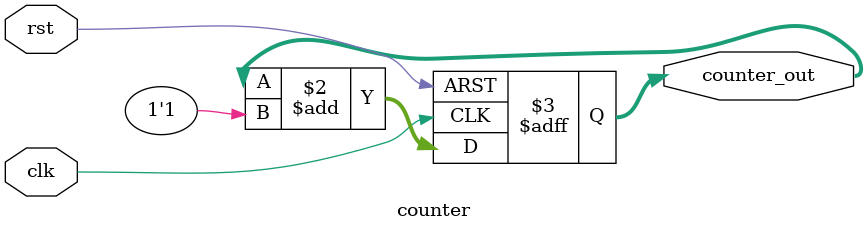
<source format=v>

`timescale 1ns / 100ps

module counter(clk, rst, counter_out);    //timer example p24 Verilog Notes
    //Todo: add ports 
    input clk;
    input rst;
    output reg [7:0] counter_out;
  
                    
    //Todo: add registers and wires, if needed


    //Todo: add user logic
    
    always @ (posedge clk or posedge rst)
        if (rst)
        counter_out <= 1'b0;
        else 
        counter_out <= counter_out + 1'b1;

 

endmodule

</source>
